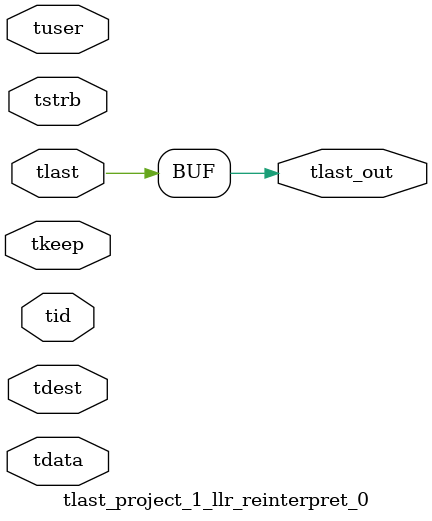
<source format=v>


`timescale 1ps/1ps

module tlast_project_1_llr_reinterpret_0 #
(
parameter C_S_AXIS_TID_WIDTH   = 1,
parameter C_S_AXIS_TUSER_WIDTH = 0,
parameter C_S_AXIS_TDATA_WIDTH = 0,
parameter C_S_AXIS_TDEST_WIDTH = 0
)
(
input  [(C_S_AXIS_TID_WIDTH   == 0 ? 1 : C_S_AXIS_TID_WIDTH)-1:0       ] tid,
input  [(C_S_AXIS_TDATA_WIDTH == 0 ? 1 : C_S_AXIS_TDATA_WIDTH)-1:0     ] tdata,
input  [(C_S_AXIS_TUSER_WIDTH == 0 ? 1 : C_S_AXIS_TUSER_WIDTH)-1:0     ] tuser,
input  [(C_S_AXIS_TDEST_WIDTH == 0 ? 1 : C_S_AXIS_TDEST_WIDTH)-1:0     ] tdest,
input  [(C_S_AXIS_TDATA_WIDTH/8)-1:0 ] tkeep,
input  [(C_S_AXIS_TDATA_WIDTH/8)-1:0 ] tstrb,
input  [0:0]                                                             tlast,
output                                                                   tlast_out
);

assign tlast_out = {tlast};

endmodule


</source>
